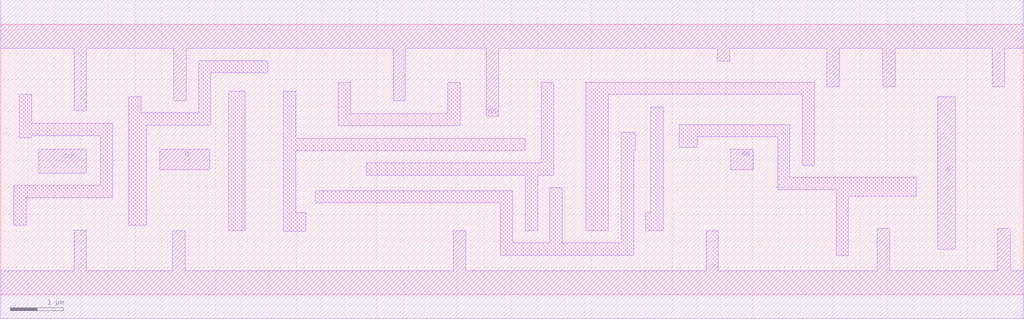
<source format=lef>
# Copyright 2022 GlobalFoundries PDK Authors
#
# Licensed under the Apache License, Version 2.0 (the "License");
# you may not use this file except in compliance with the License.
# You may obtain a copy of the License at
#
#      http://www.apache.org/licenses/LICENSE-2.0
#
# Unless required by applicable law or agreed to in writing, software
# distributed under the License is distributed on an "AS IS" BASIS,
# WITHOUT WARRANTIES OR CONDITIONS OF ANY KIND, either express or implied.
# See the License for the specific language governing permissions and
# limitations under the License.

MACRO gf180mcu_fd_sc_mcu9t5v0__dffrnq_2
  CLASS core ;
  FOREIGN gf180mcu_fd_sc_mcu9t5v0__dffrnq_2 0.0 0.0 ;
  ORIGIN 0 0 ;
  SYMMETRY X Y ;
  SITE GF018hv5v_green_sc9 ;
  SIZE 19.04 BY 5.04 ;
  PIN D
    DIRECTION INPUT ;
    ANTENNAGATEAREA 0.92 ;
    PORT
      LAYER METAL1 ;
        POLYGON 2.96 2.33 3.895 2.33 3.895 2.71 2.96 2.71  ;
    END
  END D
  PIN RN
    DIRECTION INPUT ;
    ANTENNAGATEAREA 2.255 ;
    PORT
      LAYER METAL1 ;
        POLYGON 13.59 2.33 14.015 2.33 14.015 2.71 13.59 2.71  ;
    END
  END RN
  PIN CLK
    DIRECTION INPUT ;
    USE clock ;
    ANTENNAGATEAREA 1.164 ;
    PORT
      LAYER METAL1 ;
        POLYGON 0.71 2.265 1.59 2.265 1.59 2.71 0.71 2.71  ;
    END
  END CLK
  PIN Q
    DIRECTION OUTPUT ;
    ANTENNADIFFAREA 1.6016 ;
    PORT
      LAYER METAL1 ;
        POLYGON 17.445 0.845 17.77 0.845 17.77 3.685 17.445 3.685  ;
    END
  END Q
  PIN VDD
    DIRECTION INOUT ;
    USE power ;
    SHAPE ABUTMENT ;
    PORT
      LAYER METAL1 ;
        POLYGON 0 4.59 1.365 4.59 1.365 3.425 1.595 3.425 1.595 4.59 2.09 4.59 3.225 4.59 3.225 3.615 3.455 3.615 3.455 4.59 4.97 4.59 7.305 4.59 7.305 3.615 7.535 3.615 7.535 4.59 8.555 4.59 9.045 4.59 9.045 3.32 9.275 3.32 9.275 4.59 9.77 4.59 10.295 4.59 13.345 4.59 13.345 4.345 13.575 4.345 13.575 4.59 15.155 4.59 15.385 4.59 15.385 3.875 15.615 3.875 15.615 4.59 16.425 4.59 16.425 3.875 16.655 3.875 16.655 4.59 17.05 4.59 18.465 4.59 18.465 3.875 18.695 3.875 18.695 4.59 19.04 4.59 19.04 5.49 17.05 5.49 15.155 5.49 10.295 5.49 9.77 5.49 8.555 5.49 4.97 5.49 2.09 5.49 0 5.49  ;
    END
  END VDD
  PIN VSS
    DIRECTION INOUT ;
    USE ground ;
    SHAPE ABUTMENT ;
    PORT
      LAYER METAL1 ;
        POLYGON 0 -0.45 19.04 -0.45 19.04 0.45 18.795 0.45 18.795 1.235 18.565 1.235 18.565 0.45 16.555 0.45 16.555 1.235 16.325 1.235 16.325 0.45 13.365 0.45 13.365 1.195 13.135 1.195 13.135 0.45 8.655 0.45 8.655 1.195 8.425 1.195 8.425 0.45 3.435 0.45 3.435 1.195 3.205 1.195 3.205 0.45 1.595 0.45 1.595 1.2 1.365 1.2 1.365 0.45 0 0.45  ;
    END
  END VSS
  OBS
      LAYER METAL1 ;
        POLYGON 0.345 2.925 0.575 2.925 0.575 2.965 1.86 2.965 1.86 2.035 0.245 2.035 0.245 1.29 0.475 1.29 0.475 1.805 2.09 1.805 2.09 3.195 0.575 3.195 0.575 3.735 0.345 3.735  ;
        POLYGON 4.245 1.195 4.555 1.195 4.555 3.785 4.245 3.785  ;
        POLYGON 2.385 1.29 2.715 1.29 2.715 3.155 3.915 3.155 3.915 4.13 4.97 4.13 4.97 4.36 3.685 4.36 3.685 3.385 2.615 3.385 2.615 3.685 2.385 3.685  ;
        POLYGON 6.285 3.145 8.555 3.145 8.555 3.955 8.325 3.955 8.325 3.375 6.515 3.375 6.515 3.955 6.285 3.955  ;
        POLYGON 5.495 2.685 9.77 2.685 9.77 2.915 5.495 2.915 5.495 3.785 5.265 3.785 5.265 1.185 5.675 1.185 5.675 1.525 5.495 1.525  ;
        POLYGON 6.81 2.225 9.765 2.225 9.765 1.195 9.995 1.195 9.995 2.225 10.295 2.225 10.295 3.96 10.065 3.96 10.065 2.455 6.81 2.455  ;
        POLYGON 5.855 1.71 9.305 1.71 9.305 0.735 11.785 0.735 11.785 2.69 11.815 2.69 11.815 3.03 11.555 3.03 11.555 0.965 10.455 0.965 10.455 1.995 10.225 1.995 10.225 0.965 9.535 0.965 9.535 1.94 5.855 1.94  ;
        POLYGON 12.015 1.195 12.335 1.195 12.335 3.49 12.105 3.49 12.105 1.535 12.015 1.535  ;
        POLYGON 10.895 1.195 11.315 1.195 11.315 3.73 14.925 3.73 14.925 2.415 15.155 2.415 15.155 3.96 10.895 3.96  ;
        POLYGON 12.63 2.745 12.97 2.745 12.97 2.94 14.465 2.94 14.465 1.955 15.555 1.955 15.555 0.725 15.785 0.725 15.785 1.83 17.05 1.83 17.05 2.185 14.695 2.185 14.695 3.17 12.63 3.17  ;
  END
END gf180mcu_fd_sc_mcu9t5v0__dffrnq_2

</source>
